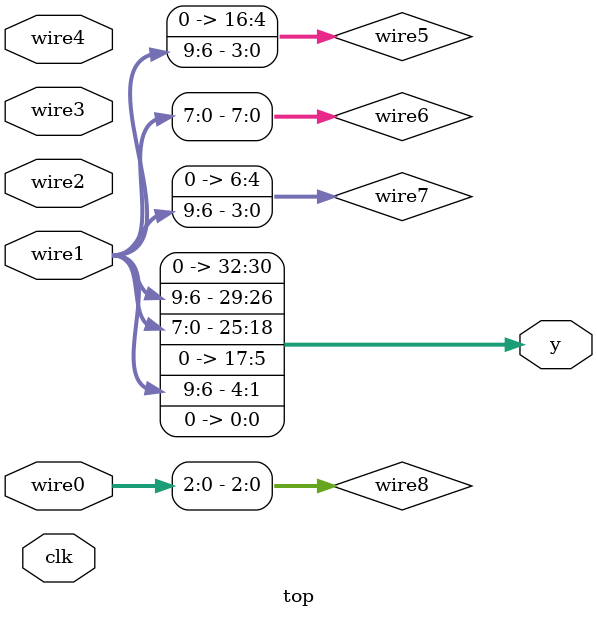
<source format=v>
module top  (y, clk, wire4, wire3, wire2, wire1, wire0);
  output wire [(32'h20):(32'h0)] y;
  input wire [(1'h0):(1'h0)] clk;
  input wire [(5'h15):(1'h0)] wire4;
  input wire [(2'h2):(1'h0)] wire3;
  input wire signed [(4'h8):(1'h0)] wire2;
  input wire signed [(4'hd):(1'h0)] wire1;
  input wire signed [(4'h8):(1'h0)] wire0;
  wire signed [(2'h2):(1'h0)] wire8;
  wire signed [(3'h6):(1'h0)] wire7;
  wire signed [(3'h7):(1'h0)] wire6;
  wire [(5'h10):(1'h0)] wire5;
  assign y = {wire8, wire7, wire6, wire5, (1'h0)};
  assign wire5 = (+wire1[(4'h9):(3'h6)]);
  assign wire6 = wire1;
  assign wire7 = wire5;
  assign wire8 = wire0;
endmodule

</source>
